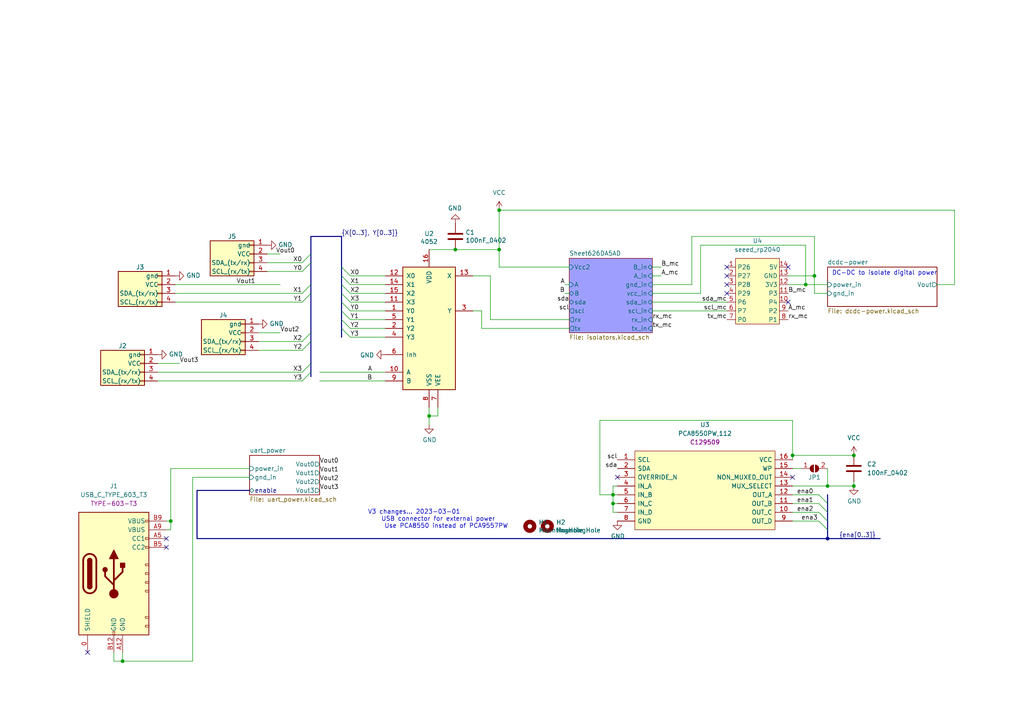
<source format=kicad_sch>
(kicad_sch (version 20230121) (generator eeschema)
  (paper "A4")
  (lib_symbols
    (symbol "0JLC-6:USB_C_TYPE_603_T3" (pin_names (offset 1.016))
      (property "Reference" "J" (at -10.16 19.05 0))
      (property "Value" "USB_C_TYPE_603_T3" (at 19.05 19.05 0))
      (property "MPN" "TYPE-603-T3" (at 0 0 0))
      (symbol "USB_C_TYPE_603_T3_0_0"
        (rectangle (start -0.254 -17.78) (end 0.254 -16.764))
        (rectangle (start 10.16 -14.986) (end 9.144 -15.494))
        (rectangle (start 10.16 -12.446) (end 9.144 -12.954))
        (rectangle (start 10.16 -4.826) (end 9.144 -5.334))
        (rectangle (start 10.16 -2.286) (end 9.144 -2.794))
        (rectangle (start 10.16 0.254) (end 9.144 -0.254))
        (rectangle (start 10.16 2.794) (end 9.144 2.286))
        (rectangle (start 10.16 7.874) (end 9.144 7.366))
        (rectangle (start 10.16 10.414) (end 9.144 9.906))
        (rectangle (start 10.16 15.494) (end 9.144 14.986))
      )
      (symbol "USB_C_TYPE_603_T3_0_1"
        (rectangle (start -10.16 17.78) (end 10.16 -17.78) (stroke (width 0.254)) (fill (type background)))
        (arc (start -8.89 -3.81) (mid -6.985 -5.7067) (end -5.08 -3.81) (stroke (width 0.508)))
        (arc (start -7.62 -3.81) (mid -6.985 -4.4423) (end -6.35 -3.81) (stroke (width 0.254)))
        (arc (start -7.62 -3.81) (mid -6.985 -4.4423) (end -6.35 -3.81) (stroke (width 0.254)) (fill (type outline)))
        (rectangle (start -7.62 -3.81) (end -6.35 3.81) (stroke (width 0.254)) (fill (type outline)))
        (arc (start -6.35 3.81) (mid -6.985 4.4423) (end -7.62 3.81) (stroke (width 0.254)))
        (arc (start -6.35 3.81) (mid -6.985 4.4423) (end -7.62 3.81) (stroke (width 0.254)) (fill (type outline)))
        (arc (start -5.08 3.81) (mid -6.985 5.7067) (end -8.89 3.81) (stroke (width 0.508)))
        (circle (center -2.54 1.143) (radius 0.635) (stroke (width 0.254)) (fill (type outline)))
        (circle (center 0 -5.842) (radius 1.27) (fill (type outline)))
        (polyline (pts (xy -8.89 -3.81) (xy -8.89 3.81)) (stroke (width 0.508)))
        (polyline (pts (xy -5.08 3.81) (xy -5.08 -3.81)) (stroke (width 0.508)))
        (polyline (pts (xy 0 -5.842) (xy 0 4.318)) (stroke (width 0.508)))
        (polyline (pts (xy 0 -3.302) (xy -2.54 -0.762) (xy -2.54 0.508)) (stroke (width 0.508)))
        (polyline (pts (xy 0 -2.032) (xy 2.54 0.508) (xy 2.54 1.778)) (stroke (width 0.508)))
        (polyline (pts (xy -1.27 4.318) (xy 0 6.858) (xy 1.27 4.318) (xy -1.27 4.318)) (stroke (width 0.254)) (fill (type outline)))
        (rectangle (start 1.905 1.778) (end 3.175 3.048) (stroke (width 0.254)) (fill (type outline)))
      )
      (symbol "USB_C_TYPE_603_T3_1_1"
        (pin passive line (at -7.62 -22.86 90) (length 5.08) (name "SHIELD") (number "0"))
        (pin passive line (at 2.54 -22.86 90) (length 5.08) (name "GND") (number "A12"))
        (pin bidirectional line (at 15.24 10.16 180) (length 5.08) (name "CC1") (number "A5"))
        (pin power_out line (at 15.24 12.7 180) (length 5.08) (name "VBUS") (number "A9"))
        (pin passive line (at 0 -22.86 90) (length 5.08) (name "GND") (number "B12"))
        (pin bidirectional line (at 15.24 7.62 180) (length 5.08) (name "CC2") (number "B5"))
        (pin power_out line (at 15.24 15.24 180) (length 5.08) (name "VBUS") (number "B9"))
      )
    )
    (symbol "0JLC-7:100nF_0402" (pin_numbers hide) (pin_names (offset 0.254))
      (property "Reference" "C?" (at -6.4008 0 90))
      (property "Value" "100nF_0402" (at -3.81 3.81 90))
      (symbol "100nF_0402_0_1"
        (polyline (pts (xy -2.032 -0.762) (xy 2.032 -0.762)) (stroke (width 0.508)))
        (polyline (pts (xy -2.032 0.762) (xy 2.032 0.762)) (stroke (width 0.508)))
      )
      (symbol "100nF_0402_1_1"
        (pin passive line (at 0 3.81 270) (length 2.794) (name "~") (number "1"))
        (pin passive line (at 0 -3.81 90) (length 2.794) (name "~") (number "2"))
      )
    )
    (symbol "0JLC-7:100nF_0603" (pin_numbers hide) (pin_names (offset 0.254))
      (property "Reference" "C?" (at -6.4008 0 90))
      (property "Value" "100nF_0603" (at -3.81 3.81 90))
      (symbol "100nF_0603_0_1"
        (polyline (pts (xy -2.032 -0.762) (xy 2.032 -0.762)) (stroke (width 0.508)))
        (polyline (pts (xy -2.032 0.762) (xy 2.032 0.762)) (stroke (width 0.508)))
      )
      (symbol "100nF_0603_1_1"
        (pin passive line (at 0 3.81 270) (length 2.794) (name "~") (number "1"))
        (pin passive line (at 0 -3.81 90) (length 2.794) (name "~") (number "2"))
      )
    )
    (symbol "0JLC-7:JST_SH_Conn_01x04_i2c_uart_horizontal" (pin_names (offset 1.016))
      (property "Reference" "J1" (at -0.4318 8.255 0))
      (property "Value" "JST_SH_Conn_01x04_i2c_uart_horizontal" (at -5.5118 5.9436 0))
      (symbol "JST_SH_Conn_01x04_i2c_uart_horizontal_1_1"
        (rectangle (start -6.35 -4.953) (end -5.08 -5.207) (stroke (width 0.1524)))
        (rectangle (start -6.35 -2.413) (end -5.08 -2.667) (stroke (width 0.1524)))
        (rectangle (start -6.35 0.127) (end -5.08 -0.127) (stroke (width 0.1524)))
        (rectangle (start -6.35 2.667) (end -5.08 2.413) (stroke (width 0.1524)))
        (rectangle (start -6.35 3.81) (end 6.35 -6.35) (stroke (width 0.254)) (fill (type background)))
        (pin passive line (at -10.16 2.54 0) (length 3.81) (name "gnd") (number "1"))
        (pin passive line (at -10.16 0 0) (length 3.81) (name "VCC") (number "2"))
        (pin passive line (at -10.16 -2.54 0) (length 3.81) (name "SDA_(tx/rx)") (number "3"))
        (pin passive line (at -10.16 -5.08 0) (length 3.81) (name "SCL_(rx/tx)") (number "4"))
      )
    )
    (symbol "0JLC-7:PCA8550PW,112" (pin_names (offset 0.762))
      (property "Reference" "U" (at -1.27 12.7 0))
      (property "Value" "PCA8550PW,112" (at -7.62 10.16 0))
      (symbol "PCA8550PW,112_0_0"
        (pin input line (at -25.4 8.89 0) (length 5.08) (name "SCL") (number "1"))
        (pin output line (at 25.4 -6.35 180) (length 5.08) (name "OUT_C") (number "10"))
        (pin output line (at 25.4 -3.81 180) (length 5.08) (name "OUT_B") (number "11"))
        (pin output line (at 25.4 -1.27 180) (length 5.08) (name "OUT_A") (number "12"))
        (pin input line (at 25.4 1.27 180) (length 5.08) (name "MUX_SELECT") (number "13"))
        (pin output line (at 25.4 3.81 180) (length 5.08) (name "NON_MUXED_OUT") (number "14"))
        (pin bidirectional line (at 25.4 6.35 180) (length 5.08) (name "WP") (number "15"))
        (pin bidirectional line (at 25.4 8.89 180) (length 5.08) (name "VCC") (number "16"))
        (pin bidirectional line (at -25.4 6.35 0) (length 5.08) (name "SDA") (number "2"))
        (pin input line (at -25.4 3.81 0) (length 5.08) (name "OVERRIDE_N") (number "3"))
        (pin input line (at -25.4 1.27 0) (length 5.08) (name "IN_A") (number "4"))
        (pin input line (at -25.4 -1.27 0) (length 5.08) (name "IN_B") (number "5"))
        (pin input line (at -25.4 -3.81 0) (length 5.08) (name "IN_C") (number "6"))
        (pin input line (at -25.4 -6.35 0) (length 5.08) (name "IN_D") (number "7"))
        (pin power_in line (at -25.4 -8.89 0) (length 5.08) (name "GND") (number "8"))
        (pin output line (at 25.4 -8.89 180) (length 5.08) (name "OUT_D") (number "9"))
      )
      (symbol "PCA8550PW,112_1_1"
        (polyline (pts (xy -20.32 11.43) (xy 20.32 11.43) (xy 20.32 -11.43) (xy -20.32 -11.43) (xy -20.32 11.43)) (stroke (width 0.1524)) (fill (type background)))
      )
    )
    (symbol "0JLC-7:seeed_rp2040"
      (property "Reference" "U5" (at 0 5.08 0))
      (property "Value" "seeed_rp2040" (at -2.54 2.54 0))
      (symbol "seeed_rp2040_0_1"
        (rectangle (start -6.35 0) (end 6.35 -19.05) (fill (type background)))
      )
      (symbol "seeed_rp2040_1_1"
        (pin bidirectional line (at -8.89 -2.54 0) (length 2.54) (name "P26") (number "1"))
        (pin bidirectional line (at 8.89 -12.7 180) (length 2.54) (name "P4") (number "10"))
        (pin bidirectional line (at 8.89 -10.16 180) (length 2.54) (name "P3") (number "11"))
        (pin power_out line (at 8.89 -7.62 180) (length 2.54) (name "3V3") (number "12"))
        (pin passive line (at 8.89 -5.08 180) (length 2.54) (name "GND") (number "13"))
        (pin passive line (at 8.89 -2.54 180) (length 2.54) (name "5V") (number "14"))
        (pin bidirectional line (at -8.89 -5.08 0) (length 2.54) (name "P27") (number "2"))
        (pin bidirectional line (at -8.89 -7.62 0) (length 2.54) (name "P28") (number "3"))
        (pin bidirectional line (at -8.89 -10.16 0) (length 2.54) (name "P29") (number "4"))
        (pin bidirectional line (at -8.89 -12.7 0) (length 2.54) (name "P6") (number "5"))
        (pin bidirectional line (at -8.89 -15.24 0) (length 2.54) (name "P7") (number "6"))
        (pin bidirectional line (at -8.89 -17.78 0) (length 2.54) (name "P0") (number "7"))
        (pin bidirectional line (at 8.89 -17.78 180) (length 2.54) (name "P1") (number "8"))
        (pin bidirectional line (at 8.89 -15.24 180) (length 2.54) (name "P2") (number "9"))
      )
    )
    (symbol "4xxx:4052" (pin_names (offset 1.016))
      (property "Reference" "U" (at -7.62 19.05 0))
      (property "Value" "4052" (at -7.62 -19.05 0))
      (symbol "4052_1_0"
        (pin passive line (at -12.7 5.08 0) (length 5.08) (name "Y0") (number "1"))
        (pin input line (at -12.7 -12.7 0) (length 5.08) (name "A") (number "10"))
        (pin passive line (at -12.7 7.62 0) (length 5.08) (name "X3") (number "11"))
        (pin passive line (at -12.7 15.24 0) (length 5.08) (name "X0") (number "12"))
        (pin passive line (at 12.7 15.24 180) (length 5.08) (name "X") (number "13"))
        (pin passive line (at -12.7 12.7 0) (length 5.08) (name "X1") (number "14"))
        (pin passive line (at -12.7 10.16 0) (length 5.08) (name "X2") (number "15"))
        (pin power_in line (at 0 22.86 270) (length 5.08) (name "VDD") (number "16"))
        (pin passive line (at -12.7 0 0) (length 5.08) (name "Y2") (number "2"))
        (pin passive line (at 12.7 5.08 180) (length 5.08) (name "Y") (number "3"))
        (pin passive line (at -12.7 -2.54 0) (length 5.08) (name "Y3") (number "4"))
        (pin passive line (at -12.7 2.54 0) (length 5.08) (name "Y1") (number "5"))
        (pin input line (at -12.7 -7.62 0) (length 5.08) (name "Inh") (number "6"))
        (pin power_in line (at 2.54 -22.86 90) (length 5.08) (name "VEE") (number "7"))
        (pin power_in line (at 0 -22.86 90) (length 5.08) (name "VSS") (number "8"))
        (pin input line (at -12.7 -15.24 0) (length 5.08) (name "B") (number "9"))
      )
      (symbol "4052_1_1"
        (rectangle (start -7.62 17.78) (end 7.62 -17.78) (stroke (width 0.254)) (fill (type background)))
      )
    )
    (symbol "Jumper:SolderJumper_2_Open" (pin_names (offset 0) hide)
      (property "Reference" "JP" (at 0 2.032 0))
      (property "Value" "SolderJumper_2_Open" (at 0 -2.54 0))
      (symbol "SolderJumper_2_Open_0_1"
        (arc (start -0.254 1.016) (mid -1.2656 0) (end -0.254 -1.016))
        (arc (start -0.254 1.016) (mid -1.2656 0) (end -0.254 -1.016) (fill (type outline)))
        (polyline (pts (xy -0.254 1.016) (xy -0.254 -1.016)))
        (polyline (pts (xy 0.254 1.016) (xy 0.254 -1.016)))
        (arc (start 0.254 -1.016) (mid 1.2656 0) (end 0.254 1.016))
        (arc (start 0.254 -1.016) (mid 1.2656 0) (end 0.254 1.016) (fill (type outline)))
      )
      (symbol "SolderJumper_2_Open_1_1"
        (pin passive line (at -3.81 0 0) (length 2.54) (name "A") (number "1"))
        (pin passive line (at 3.81 0 180) (length 2.54) (name "B") (number "2"))
      )
    )
    (symbol "Mechanical:MountingHole" (pin_names (offset 1.016))
      (property "Reference" "H" (at 0 5.08 0))
      (property "Value" "MountingHole" (at 0 3.175 0))
      (symbol "MountingHole_0_1"
        (circle (center 0 0) (radius 1.27) (stroke (width 1.27)))
      )
    )
    (symbol "power:GND" (power) (pin_names (offset 0))
      (property "Value" "GND" (at 0 -3.81 0))
      (symbol "GND_0_1"
        (polyline (pts (xy 0 0) (xy 0 -1.27) (xy 1.27 -1.27) (xy 0 -2.54) (xy -1.27 -1.27) (xy 0 -1.27)))
      )
      (symbol "GND_1_1"
        (pin power_in line (at 0 0 270) (length 0) hide (name "GND") (number "1"))
      )
    )
    (symbol "power:VCC" (power) (pin_names (offset 0))
      (property "Value" "VCC" (at 0 3.81 0))
      (symbol "VCC_0_1"
        (polyline (pts (xy -0.762 1.27) (xy 0 2.54)))
        (polyline (pts (xy 0 0) (xy 0 2.54)))
        (polyline (pts (xy 0 2.54) (xy 0.762 1.27)))
      )
      (symbol "VCC_1_1"
        (pin power_in line (at 0 0 90) (length 0) hide (name "VCC") (number "1"))
      )
    )
  )
  (junction (at 35.56 191.77))
  (junction (at 144.78 72.39))
  (junction (at 240.03 156.21))
  (junction (at 233.68 82.55))
  (junction (at 177.8 146.05))
  (junction (at 132.08 72.39))
  (junction (at 247.65 140.97))
  (junction (at 240.03 140.97))
  (junction (at 247.65 132.08))
  (junction (at 177.8 143.51))
  (junction (at 236.22 80.01))
  (junction (at 144.78 60.96))
  (junction (at 124.46 120.65))
  (junction (at 49.53 151.13))
  (junction (at 229.87 132.08))
  (no_connect (at 210.82 85.09))
  (no_connect (at 179.07 138.43))
  (no_connect (at 228.6 87.63))
  (no_connect (at 25.4 189.23))
  (no_connect (at 229.87 138.43))
  (no_connect (at 228.6 77.47))
  (no_connect (at 48.26 158.75))
  (no_connect (at 210.82 80.01))
  (no_connect (at 210.82 77.47))
  (no_connect (at 48.26 156.21))
  (no_connect (at 210.82 82.55))
  (bus_entry (at 90.17 99.06) (size -2.54 2.54))
  (bus_entry (at 99.06 87.63) (size 2.54 2.54))
  (bus_entry (at 99.06 85.09) (size 2.54 2.54))
  (bus_entry (at 90.17 85.09) (size -2.54 2.54))
  (bus_entry (at 90.17 73.66) (size -2.54 2.54))
  (bus_entry (at 90.17 96.52) (size -2.54 2.54))
  (bus_entry (at 99.06 80.01) (size 2.54 2.54))
  (bus_entry (at 99.06 82.55) (size 2.54 2.54))
  (bus_entry (at 90.17 107.95) (size -2.54 2.54))
  (bus_entry (at 90.17 82.55) (size -2.54 2.54))
  (bus_entry (at 90.17 76.2) (size -2.54 2.54))
  (bus_entry (at 99.06 90.17) (size 2.54 2.54))
  (bus_entry (at 240.03 148.59) (size -2.54 -2.54))
  (bus_entry (at 99.06 77.47) (size 2.54 2.54))
  (bus_entry (at 99.06 92.71) (size 2.54 2.54))
  (bus_entry (at 240.03 151.13) (size -2.54 -2.54))
  (bus_entry (at 240.03 146.05) (size -2.54 -2.54))
  (bus_entry (at 240.03 153.67) (size -2.54 -2.54))
  (bus_entry (at 99.06 95.25) (size 2.54 2.54))
  (bus_entry (at 90.17 105.41) (size -2.54 2.54))
  (wire (pts (xy 45.72 107.95) (xy 87.63 107.95)))
  (bus (pts (xy 90.17 99.06) (xy 90.17 105.41)))
  (bus (pts (xy 99.06 90.17) (xy 99.06 92.71)))
  (wire (pts (xy 233.68 71.12) (xy 233.68 82.55)))
  (bus (pts (xy 99.06 92.71) (xy 99.06 95.25)))
  (wire (pts (xy 229.87 135.89) (xy 232.41 135.89)))
  (wire (pts (xy 177.8 146.05) (xy 179.07 146.05)))
  (wire (pts (xy 177.8 146.05) (xy 177.8 148.59)))
  (wire (pts (xy 101.6 97.79) (xy 111.76 97.79)))
  (wire (pts (xy 236.22 68.58) (xy 236.22 80.01)))
  (bus (pts (xy 99.06 77.47) (xy 99.06 80.01)))
  (wire (pts (xy 189.23 82.55) (xy 200.66 82.55)))
  (wire (pts (xy 50.8 87.63) (xy 87.63 87.63)))
  (wire (pts (xy 101.6 90.17) (xy 111.76 90.17)))
  (wire (pts (xy 229.87 121.92) (xy 173.99 121.92)))
  (bus (pts (xy 240.03 148.59) (xy 240.03 151.13)))
  (wire (pts (xy 247.65 139.7) (xy 247.65 140.97)))
  (wire (pts (xy 48.26 153.67) (xy 49.53 153.67)))
  (bus (pts (xy 90.17 73.66) (xy 90.17 76.2)))
  (bus (pts (xy 99.06 68.58) (xy 99.06 77.47)))
  (wire (pts (xy 49.53 153.67) (xy 49.53 151.13)))
  (wire (pts (xy 240.03 135.89) (xy 240.03 140.97)))
  (bus (pts (xy 99.06 95.25) (xy 99.06 97.79)))
  (wire (pts (xy 124.46 120.65) (xy 124.46 123.19)))
  (bus (pts (xy 99.06 85.09) (xy 99.06 87.63)))
  (wire (pts (xy 74.93 96.52) (xy 81.28 96.52)))
  (bus (pts (xy 90.17 68.58) (xy 99.06 68.58)))
  (bus (pts (xy 57.15 156.21) (xy 57.15 142.24)))
  (wire (pts (xy 55.88 138.43) (xy 55.88 191.77)))
  (wire (pts (xy 177.8 143.51) (xy 179.07 143.51)))
  (wire (pts (xy 142.24 80.01) (xy 137.16 80.01)))
  (bus (pts (xy 240.03 153.67) (xy 240.03 156.21)))
  (bus (pts (xy 99.06 82.55) (xy 99.06 85.09)))
  (wire (pts (xy 101.6 92.71) (xy 111.76 92.71)))
  (wire (pts (xy 72.39 138.43) (xy 55.88 138.43)))
  (wire (pts (xy 101.6 85.09) (xy 111.76 85.09)))
  (wire (pts (xy 33.02 189.23) (xy 33.02 191.77)))
  (wire (pts (xy 35.56 189.23) (xy 35.56 191.77)))
  (bus (pts (xy 57.15 156.21) (xy 240.03 156.21)))
  (wire (pts (xy 233.68 82.55) (xy 228.6 82.55)))
  (wire (pts (xy 45.72 110.49) (xy 87.63 110.49)))
  (wire (pts (xy 229.87 146.05) (xy 237.49 146.05)))
  (wire (pts (xy 139.7 95.25) (xy 139.7 90.17)))
  (wire (pts (xy 142.24 92.71) (xy 142.24 80.01)))
  (wire (pts (xy 165.1 95.25) (xy 139.7 95.25)))
  (wire (pts (xy 173.99 121.92) (xy 173.99 143.51)))
  (bus (pts (xy 90.17 107.95) (xy 90.17 109.22)))
  (wire (pts (xy 189.23 80.01) (xy 191.77 80.01)))
  (wire (pts (xy 236.22 85.09) (xy 240.03 85.09)))
  (wire (pts (xy 124.46 72.39) (xy 132.08 72.39)))
  (wire (pts (xy 165.1 77.47) (xy 144.78 77.47)))
  (wire (pts (xy 72.39 135.89) (xy 49.53 135.89)))
  (wire (pts (xy 229.87 132.08) (xy 247.65 132.08)))
  (wire (pts (xy 124.46 118.11) (xy 124.46 120.65)))
  (bus (pts (xy 90.17 68.58) (xy 90.17 73.66)))
  (wire (pts (xy 50.8 85.09) (xy 87.63 85.09)))
  (wire (pts (xy 189.23 77.47) (xy 191.77 77.47)))
  (wire (pts (xy 101.6 95.25) (xy 111.76 95.25)))
  (wire (pts (xy 177.8 143.51) (xy 177.8 146.05)))
  (wire (pts (xy 139.7 90.17) (xy 137.16 90.17)))
  (wire (pts (xy 240.03 140.97) (xy 247.65 140.97)))
  (wire (pts (xy 173.99 143.51) (xy 177.8 143.51)))
  (wire (pts (xy 233.68 82.55) (xy 240.03 82.55)))
  (wire (pts (xy 132.08 72.39) (xy 144.78 72.39)))
  (wire (pts (xy 48.26 151.13) (xy 49.53 151.13)))
  (bus (pts (xy 240.03 151.13) (xy 240.03 153.67)))
  (wire (pts (xy 45.72 105.41) (xy 52.07 105.41)))
  (wire (pts (xy 229.87 148.59) (xy 237.49 148.59)))
  (wire (pts (xy 111.76 110.49) (xy 92.71 110.49)))
  (wire (pts (xy 177.8 148.59) (xy 179.07 148.59)))
  (wire (pts (xy 203.2 71.12) (xy 233.68 71.12)))
  (wire (pts (xy 127 120.65) (xy 124.46 120.65)))
  (wire (pts (xy 229.87 151.13) (xy 237.49 151.13)))
  (wire (pts (xy 271.78 82.55) (xy 276.86 82.55)))
  (wire (pts (xy 127 118.11) (xy 127 120.65)))
  (wire (pts (xy 200.66 68.58) (xy 236.22 68.58)))
  (bus (pts (xy 240.03 146.05) (xy 240.03 148.59)))
  (bus (pts (xy 90.17 96.52) (xy 90.17 99.06)))
  (wire (pts (xy 144.78 77.47) (xy 144.78 72.39)))
  (wire (pts (xy 144.78 60.96) (xy 276.86 60.96)))
  (wire (pts (xy 229.87 132.08) (xy 229.87 121.92)))
  (wire (pts (xy 189.23 87.63) (xy 210.82 87.63)))
  (wire (pts (xy 165.1 85.09) (xy 163.83 85.09)))
  (bus (pts (xy 90.17 76.2) (xy 90.17 82.55)))
  (wire (pts (xy 203.2 85.09) (xy 203.2 71.12)))
  (bus (pts (xy 240.03 156.21) (xy 255.27 156.21)))
  (wire (pts (xy 92.71 107.95) (xy 111.76 107.95)))
  (wire (pts (xy 177.8 140.97) (xy 177.8 143.51)))
  (wire (pts (xy 189.23 90.17) (xy 210.82 90.17)))
  (bus (pts (xy 240.03 143.51) (xy 240.03 146.05)))
  (wire (pts (xy 229.87 140.97) (xy 240.03 140.97)))
  (bus (pts (xy 90.17 105.41) (xy 90.17 107.95)))
  (wire (pts (xy 74.93 101.6) (xy 87.63 101.6)))
  (wire (pts (xy 49.53 135.89) (xy 49.53 151.13)))
  (wire (pts (xy 33.02 191.77) (xy 35.56 191.77)))
  (wire (pts (xy 200.66 82.55) (xy 200.66 68.58)))
  (wire (pts (xy 179.07 140.97) (xy 177.8 140.97)))
  (bus (pts (xy 90.17 85.09) (xy 90.17 96.52)))
  (wire (pts (xy 101.6 80.01) (xy 111.76 80.01)))
  (wire (pts (xy 229.87 132.08) (xy 229.87 133.35)))
  (bus (pts (xy 99.06 87.63) (xy 99.06 90.17)))
  (wire (pts (xy 55.88 191.77) (xy 35.56 191.77)))
  (wire (pts (xy 276.86 82.55) (xy 276.86 60.96)))
  (wire (pts (xy 236.22 85.09) (xy 236.22 80.01)))
  (wire (pts (xy 77.47 73.66) (xy 81.28 73.66)))
  (bus (pts (xy 57.15 142.24) (xy 72.39 142.24)))
  (wire (pts (xy 101.6 87.63) (xy 111.76 87.63)))
  (wire (pts (xy 189.23 85.09) (xy 203.2 85.09)))
  (wire (pts (xy 50.8 82.55) (xy 81.28 82.55)))
  (wire (pts (xy 77.47 78.74) (xy 87.63 78.74)))
  (wire (pts (xy 229.87 143.51) (xy 237.49 143.51)))
  (wire (pts (xy 165.1 82.55) (xy 163.83 82.55)))
  (wire (pts (xy 144.78 60.96) (xy 144.78 72.39)))
  (wire (pts (xy 74.93 99.06) (xy 87.63 99.06)))
  (wire (pts (xy 101.6 82.55) (xy 111.76 82.55)))
  (wire (pts (xy 236.22 80.01) (xy 228.6 80.01)))
  (wire (pts (xy 165.1 92.71) (xy 142.24 92.71)))
  (bus (pts (xy 99.06 80.01) (xy 99.06 82.55)))
  (wire (pts (xy 77.47 76.2) (xy 87.63 76.2)))
  (bus (pts (xy 90.17 82.55) (xy 90.17 85.09)))
  (text "V3 changes... 2023-03-01\n    USB connector for external power\n	Use PCA8550 instead of PCA9557PW" (at 106.68 153.416 0) (effects (font (size 1.27 1.27)) (justify left bottom)))
  (text "DC-DC to isolate digital power" (at 241.3 80.01 0) (effects (font (size 1.27 1.27)) (justify left bottom)))
  (label "B" (at 107.95 110.49 180))
  (label "X3" (at 87.63 107.95 180))
  (label "X2" (at 101.6 85.09 0))
  (label "Vout3" (at 52.07 105.41 0))
  (label "sda" (at 165.1 87.63 180))
  (label "scl_mc" (at 210.82 90.17 180))
  (label "rx_mc" (at 228.6 92.71 0))
  (label "Y2" (at 87.63 101.6 180))
  (label "Vout3" (at 92.71 142.24 0))
  (label "Y3" (at 87.63 110.49 180))
  (label "Vout2" (at 92.71 139.7 0))
  (label "ena1" (at 231.14 146.05 0))
  (label "ena0" (at 231.14 143.51 0))
  (label "X3" (at 101.6 87.63 0))
  (label "Y1" (at 87.63 87.63 180))
  (label "Y3" (at 101.6 97.79 0))
  (label "ena2" (at 231.14 148.59 0))
  (label "Vout2" (at 81.28 96.52 0))
  (label "{X[0..3], Y[0..3]}" (at 99.06 68.58 0))
  (label "tx_mc" (at 210.82 92.71 180))
  (label "B_mc" (at 228.6 85.09 0))
  (label "{ena[0..3]}" (at 254 156.21 180))
  (label "Y0" (at 101.6 90.17 0))
  (label "B_mc" (at 191.77 77.47 0))
  (label "X2" (at 87.63 99.06 180))
  (label "Y0" (at 87.63 78.74 180))
  (label "sda_mc" (at 210.82 87.63 180))
  (label "scl" (at 179.07 133.35 180))
  (label "X1" (at 101.6 82.55 0))
  (label "Vout0" (at 80.01 73.66 0))
  (label "scl" (at 165.1 90.17 180))
  (label "X0" (at 87.63 76.2 180))
  (label "Vout1" (at 92.71 137.16 0))
  (label "Y2" (at 101.6 95.25 0))
  (label "Vout0" (at 92.71 134.62 0))
  (label "rx_mc" (at 189.23 92.71 0))
  (label "Vout1" (at 68.58 82.55 0))
  (label "X0" (at 101.6 80.01 0))
  (label "A_mc" (at 191.77 80.01 0))
  (label "A_mc" (at 228.6 90.17 0))
  (label "A" (at 163.83 82.55 180))
  (label "ena3" (at 232.41 151.13 0))
  (label "Y1" (at 101.6 92.71 0))
  (label "A" (at 107.95 107.95 180))
  (label "X1" (at 87.63 85.09 180))
  (label "B" (at 163.83 85.09 180))
  (label "sda" (at 179.07 135.89 180))
  (label "tx_mc" (at 189.23 95.25 0))
  (symbol (lib_id "4xxx:4052") (at 124.46 95.25 0) (unit 1)
    (property "Reference" "U2" (at 124.46 67.7926 0))
    (property "Value" "4052" (at 124.46 70.104 0))
    (property "Footprint" "Package_SO:TSSOP-16_4.4x5mm_P0.65mm" (effects hide))
    (property "Datasheet" "http://www.intersil.com/content/dam/Intersil/documents/cd40/cd4051bms-52bms-53bms.pdf" (effects hide))
    (property "LCSC" "C8142" (effects hide))
    (property "MPN" "SN74LV4052APWR" (effects hide))
    (property "JLCPCB Rotation Offset" "-90" (effects hide))
  )
  (symbol (lib_id "0JLC-7:100nF_0603") (at 132.08 68.58 0) (unit 1)
    (property "Reference" "C1" (at 135.001 67.4116 0) (effects (justify left)))
    (property "Value" "100nF_0402" (at 135.001 69.723 0) (effects (justify left)))
    (property "Footprint" "Capacitor_SMD:C_0402_1005Metric_Pad0.74x0.62mm_HandSolder" (effects hide))
    (property "LCSC" "C56392" (effects hide))
    (property "MPN" "0402B104K250NT" (effects hide))
  )
  (symbol (lib_id "power:GND") (at 132.08 64.77 180) (unit 1)
    (property "Reference" "#PWR07" (effects hide))
    (property "Value" "GND" (at 131.953 60.3758 0))
  )
  (symbol (lib_id "power:GND") (at 111.76 102.87 270) (unit 1)
    (property "Reference" "#PWR05" (effects hide))
    (property "Value" "GND" (at 108.5088 102.997 90) (effects (justify right)))
  )
  (symbol (lib_id "power:GND") (at 124.46 123.19 0) (unit 1)
    (property "Reference" "#PWR06" (effects hide))
    (property "Value" "GND" (at 124.587 127.5842 0))
  )
  (symbol (lib_id "0JLC-7:JST_SH_Conn_01x04_i2c_uart_horizontal") (at 35.56 105.41 0) (mirror y) (unit 1)
    (property "Reference" "J2" (at 35.56 100.33 0))
    (property "Value" "JST_SH_Conn_01x04_i2c_uart_horizontal" (effects hide))
    (property "Footprint" "Connector_JST:JST_SH_SM04B-SRSS-TB_1x04-1MP_P1.00mm_Horizontal" (effects hide))
    (property "LCSC" "C371571" (effects hide))
    (property "MPN" "A1001WR-S" (effects hide))
  )
  (symbol (lib_id "0JLC-7:JST_SH_Conn_01x04_i2c_uart_horizontal") (at 64.77 96.52 0) (mirror y) (unit 1)
    (property "Reference" "J4" (at 64.77 91.44 0))
    (property "Value" "JST_SH_Conn_01x04_i2c_uart_horizontal" (effects hide))
    (property "Footprint" "Connector_JST:JST_SH_SM04B-SRSS-TB_1x04-1MP_P1.00mm_Horizontal" (effects hide))
    (property "LCSC" "C371571" (effects hide))
    (property "MPN" "A1001WR-S" (effects hide))
  )
  (symbol (lib_id "0JLC-7:JST_SH_Conn_01x04_i2c_uart_horizontal") (at 40.64 82.55 0) (mirror y) (unit 1)
    (property "Reference" "J3" (at 40.64 77.47 0))
    (property "Value" "JST_SH_Conn_01x04_i2c_uart_horizontal" (effects hide))
    (property "Footprint" "Connector_JST:JST_SH_SM04B-SRSS-TB_1x04-1MP_P1.00mm_Horizontal" (effects hide))
    (property "LCSC" "C371571" (effects hide))
    (property "MPN" "A1001WR-S" (effects hide))
  )
  (symbol (lib_id "0JLC-7:JST_SH_Conn_01x04_i2c_uart_horizontal") (at 67.31 73.66 0) (mirror y) (unit 1)
    (property "Reference" "J5" (at 67.31 68.58 0))
    (property "Value" "JST_SH_Conn_01x04_i2c_uart_horizontal" (effects hide))
    (property "Footprint" "Connector_JST:JST_SH_SM04B-SRSS-TB_1x04-1MP_P1.00mm_Horizontal" (effects hide))
    (property "LCSC" "C371571" (effects hide))
    (property "MPN" "A1001WR-S" (effects hide))
  )
  (symbol (lib_id "power:GND") (at 45.72 102.87 90) (unit 1)
    (property "Reference" "#PWR01" (effects hide))
    (property "Value" "GND" (at 48.9712 102.743 90) (effects (justify right)))
  )
  (symbol (lib_id "power:GND") (at 74.93 93.98 90) (unit 1)
    (property "Reference" "#PWR03" (effects hide))
    (property "Value" "GND" (at 78.1812 93.853 90) (effects (justify right)))
  )
  (symbol (lib_id "power:GND") (at 50.8 80.01 90) (unit 1)
    (property "Reference" "#PWR02" (effects hide))
    (property "Value" "GND" (at 54.0512 79.883 90) (effects (justify right)))
  )
  (symbol (lib_id "power:GND") (at 77.47 71.12 90) (unit 1)
    (property "Reference" "#PWR04" (effects hide))
    (property "Value" "GND" (at 80.7212 70.993 90) (effects (justify right)))
  )
  (symbol (lib_id "Mechanical:MountingHole") (at 158.75 152.654 0) (unit 1) (in_bom no)
    (property "Reference" "H2" (at 161.29 151.4856 0) (effects (justify left)))
    (property "Value" "MountingHole" (at 161.29 153.797 0) (effects (justify left)))
    (property "Footprint" "MountingHole:MountingHole_2.7mm_M2.5_Pad" (effects hide))
  )
  (symbol (lib_id "Mechanical:MountingHole") (at 153.67 152.654 0) (unit 1) (in_bom no)
    (property "Reference" "H1" (at 156.21 151.4856 0) (effects (justify left)))
    (property "Value" "MountingHole" (at 156.21 153.797 0) (effects (justify left)))
    (property "Footprint" "MountingHole:MountingHole_2.7mm_M2.5_Pad" (effects hide))
  )
  (symbol (lib_id "0JLC-7:PCA8550PW,112") (at 204.47 142.24 0) (unit 1)
    (property "Reference" "U3" (at 204.47 123.19 0))
    (property "Value" "PCA8550PW,112" (at 204.47 125.73 0))
    (property "Footprint" "Package_SO:TSSOP-16_4.4x5mm_P0.65mm" (effects hide))
    (property "Datasheet" "https://componentsearchengine.com/Datasheets/2/PCA8550PW,112.pdf" (effects hide))
    (property "Description" "NXP - PCA8550PW,112 - MULTIPLEXER, SINGLE, 1 CH, TSSOP-16" (effects hide))
    (property "Manufacturer" "Nexperia" (effects hide))
    (property "MPN" "PCA8550PW,112" (effects hide))
    (property "LCSC" "C129509" (at 204.47 128.27 0))
    (property "JLCPCB Rotation Offset" "-90" (effects hide))
  )
  (symbol (lib_id "power:GND") (at 179.07 151.13 0) (unit 1)
    (property "Reference" "#PWR010" (effects hide))
    (property "Value" "GND" (at 179.197 155.5242 0))
  )
  (symbol (lib_id "0JLC-7:seeed_rp2040") (at 219.71 74.93 0) (unit 1) (in_bom no)
    (property "Reference" "U4" (at 219.71 69.85 0))
    (property "Value" "seeed_rp2040" (at 219.71 72.39 0))
    (property "Footprint" "0my_footprints7:DIP-XIAO-QTPY" (effects hide))
  )
  (symbol (lib_id "power:VCC") (at 247.65 132.08 0) (unit 1)
    (property "Reference" "#PWR011" (effects hide))
    (property "Value" "VCC" (at 247.65 127 0))
  )
  (symbol (lib_id "power:GND") (at 247.65 140.97 0) (unit 1)
    (property "Reference" "#PWR012" (effects hide))
    (property "Value" "GND" (at 247.777 145.3642 0))
  )
  (symbol (lib_id "power:VCC") (at 144.78 60.96 0) (unit 1)
    (property "Reference" "#PWR08" (effects hide))
    (property "Value" "VCC" (at 144.78 55.88 0))
  )
  (symbol (lib_id "Jumper:SolderJumper_2_Open") (at 236.22 135.89 0) (unit 1)
    (property "Reference" "JP1" (at 236.22 138.43 0))
    (property "Value" "SolderJumper_2_Open" (effects hide))
    (property "Footprint" "Jumper:SolderJumper-2_P1.3mm_Open_RoundedPad1.0x1.5mm" (effects hide))
  )
  (symbol (lib_id "0JLC-6:USB_C_TYPE_603_T3") (at 33.02 166.37 0) (unit 1)
    (property "Reference" "J1" (at 33.02 140.97 0))
    (property "Value" "USB_C_TYPE_603_T3" (at 33.02 143.51 0))
    (property "Footprint" "0my_footprints6:USB-C-SMD_TYPE-603-T3" (effects hide))
    (property "LCSC" "C2689837" (effects hide))
    (property "MPN" "TYPE-603-T3" (at 33.02 146.05 0))
  )
  (symbol (lib_id "0JLC-7:100nF_0402") (at 247.65 135.89 0) (unit 1)
    (property "Reference" "C2" (at 251.46 134.62 0) (effects (justify left)))
    (property "Value" "100nF_0402" (at 251.46 137.16 0) (effects (justify left)))
    (property "Footprint" "Capacitor_SMD:C_0402_1005Metric_Pad0.74x0.62mm_HandSolder" (effects hide))
    (property "LCSC" "C56392" (effects hide))
    (property "MPN" "0402B104K250NT" (effects hide))
  )
  (sheet (at 165.1 74.93) (size 24.13 21.59) (fill (color 0 0 255 0.3800))
    (property "Sheetname" "Sheet626DA5AD" (at 165.1 74.2184 0) (effects (justify left bottom)))
    (property "Sheetfile" "isolators.kicad_sch" (at 165.1 97.1046 0) (effects (justify left top)))
    (pin "scl_in" input (at 189.23 90.17 0))
    (pin "sda_in" bidirectional (at 189.23 87.63 0))
    (pin "vcc_in" input (at 189.23 85.09 0))
    (pin "gnd_in" input (at 189.23 82.55 0))
    (pin "scl" output (at 165.1 90.17 180))
    (pin "sda" bidirectional (at 165.1 87.63 180))
    (pin "B" bidirectional (at 165.1 85.09 180))
    (pin "A" input (at 165.1 82.55 180))
    (pin "B_in" bidirectional (at 189.23 77.47 0))
    (pin "A_in" input (at 189.23 80.01 0))
    (pin "Vcc2" input (at 165.1 77.47 180))
    (pin "tx" output (at 165.1 95.25 180))
    (pin "rx" output (at 165.1 92.71 180))
    (pin "rx_in" input (at 189.23 92.71 0))
    (pin "tx_in" input (at 189.23 95.25 0))
  )
  (sheet (at 240.03 77.47) (size 31.75 11.43) (stroke (width 0.1524))
    (property "Sheetname" "dcdc-power" (at 240.03 76.7584 0) (effects (justify left bottom)))
    (property "Sheetfile" "dcdc-power.kicad_sch" (at 240.03 89.4846 0) (effects (justify left top)))
    (pin "gnd_in" input (at 240.03 85.09 180))
    (pin "power_in" input (at 240.03 82.55 180))
    (pin "Vout" output (at 271.78 82.55 0))
  )
  (sheet (at 72.39 132.08) (size 20.32 11.43) (stroke (width 0.1524))
    (property "Sheetname" "uart_power" (at 72.39 131.3684 0) (effects (justify left bottom)))
    (property "Sheetfile" "uart_power.kicad_sch" (at 72.39 144.0946 0) (effects (justify left top)))
    (pin "Vout0" output (at 92.71 134.62 0))
    (pin "gnd_in" input (at 72.39 138.43 180))
    (pin "power_in" input (at 72.39 135.89 180))
    (pin "enable" bidirectional (at 72.39 142.24 180))
    (pin "Vout1" output (at 92.71 137.16 0))
    (pin "Vout2" output (at 92.71 139.7 0))
    (pin "Vout3" output (at 92.71 142.24 0))
  )
)
</source>
